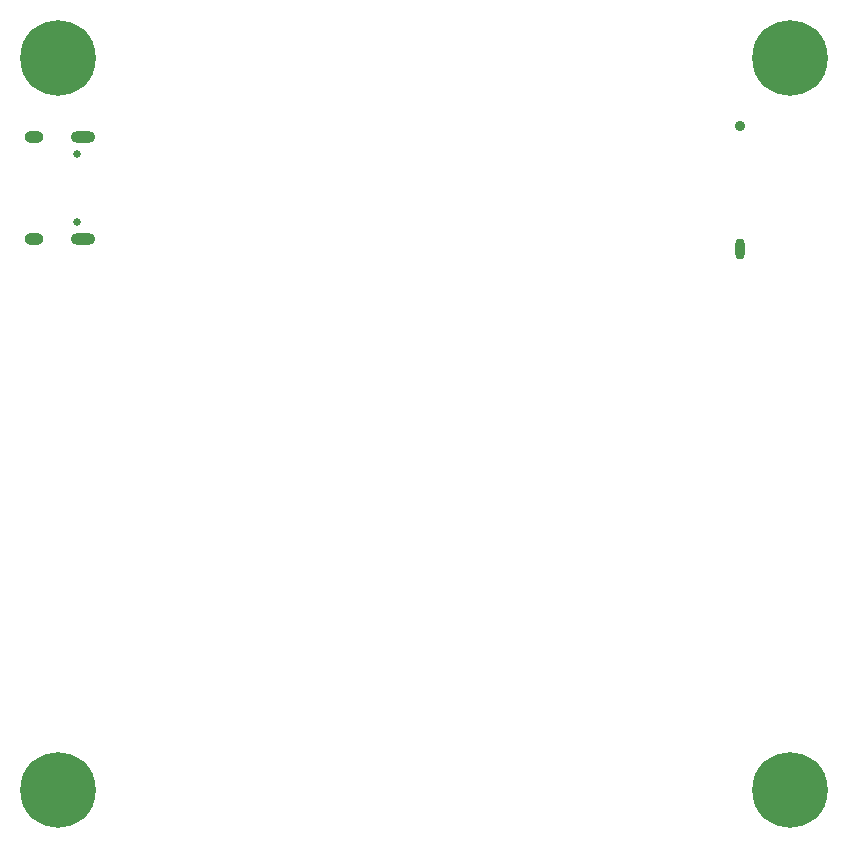
<source format=gbr>
%TF.GenerationSoftware,KiCad,Pcbnew,7.0.1*%
%TF.CreationDate,2023-04-30T16:49:33+02:00*%
%TF.ProjectId,Controller,436f6e74-726f-46c6-9c65-722e6b696361,rev?*%
%TF.SameCoordinates,Original*%
%TF.FileFunction,Soldermask,Bot*%
%TF.FilePolarity,Negative*%
%FSLAX46Y46*%
G04 Gerber Fmt 4.6, Leading zero omitted, Abs format (unit mm)*
G04 Created by KiCad (PCBNEW 7.0.1) date 2023-04-30 16:49:33*
%MOMM*%
%LPD*%
G01*
G04 APERTURE LIST*
%ADD10O,0.800000X1.800000*%
%ADD11C,0.889000*%
%ADD12C,0.800000*%
%ADD13C,6.400000*%
%ADD14C,0.650000*%
%ADD15O,2.100000X1.000000*%
%ADD16O,1.600000X1.000000*%
G04 APERTURE END LIST*
D10*
%TO.C,J5*%
X177112399Y-80105000D03*
D11*
X177112599Y-69705000D03*
%TD*%
D12*
%TO.C,H4*%
X178930000Y-125905000D03*
X179632944Y-124207944D03*
X179632944Y-127602056D03*
X181330000Y-123505000D03*
D13*
X181330000Y-125905000D03*
D12*
X181330000Y-128305000D03*
X183027056Y-124207944D03*
X183027056Y-127602056D03*
X183730000Y-125905000D03*
%TD*%
D14*
%TO.C,J1*%
X120930000Y-72015000D03*
X120930000Y-77795000D03*
D15*
X121460000Y-70585000D03*
D16*
X117280000Y-70585000D03*
D15*
X121460000Y-79225000D03*
D16*
X117280000Y-79225000D03*
%TD*%
D12*
%TO.C,H3*%
X116930000Y-125905000D03*
X117632944Y-124207944D03*
X117632944Y-127602056D03*
X119330000Y-123505000D03*
D13*
X119330000Y-125905000D03*
D12*
X119330000Y-128305000D03*
X121027056Y-124207944D03*
X121027056Y-127602056D03*
X121730000Y-125905000D03*
%TD*%
%TO.C,H1*%
X116930000Y-63905000D03*
X117632944Y-62207944D03*
X117632944Y-65602056D03*
X119330000Y-61505000D03*
D13*
X119330000Y-63905000D03*
D12*
X119330000Y-66305000D03*
X121027056Y-62207944D03*
X121027056Y-65602056D03*
X121730000Y-63905000D03*
%TD*%
%TO.C,H2*%
X178930000Y-63905000D03*
X179632944Y-62207944D03*
X179632944Y-65602056D03*
X181330000Y-61505000D03*
D13*
X181330000Y-63905000D03*
D12*
X181330000Y-66305000D03*
X183027056Y-62207944D03*
X183027056Y-65602056D03*
X183730000Y-63905000D03*
%TD*%
M02*

</source>
